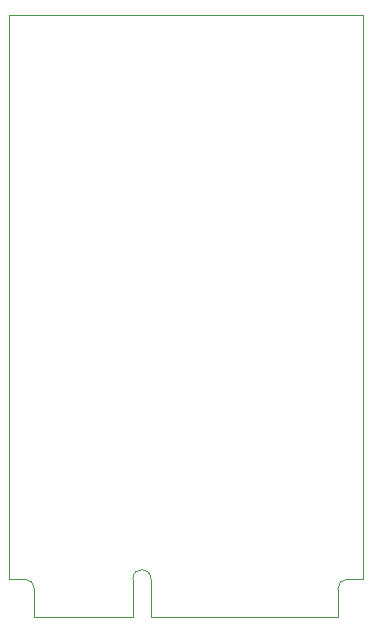
<source format=gbr>
%TF.GenerationSoftware,KiCad,Pcbnew,9.0.4-9.0.4-0~ubuntu24.04.1*%
%TF.CreationDate,2025-08-22T19:02:33+03:00*%
%TF.ProjectId,ThingsCore-1,5468696e-6773-4436-9f72-652d312e6b69,rev?*%
%TF.SameCoordinates,Original*%
%TF.FileFunction,Profile,NP*%
%FSLAX46Y46*%
G04 Gerber Fmt 4.6, Leading zero omitted, Abs format (unit mm)*
G04 Created by KiCad (PCBNEW 9.0.4-9.0.4-0~ubuntu24.04.1) date 2025-08-22 19:02:33*
%MOMM*%
%LPD*%
G01*
G04 APERTURE LIST*
%TA.AperFunction,Profile*%
%ADD10C,0.010000*%
%TD*%
G04 APERTURE END LIST*
D10*
%TO.C,U1*%
X12400000Y-12402500D02*
X12400000Y-60152500D01*
X13750000Y-60152500D02*
X12400000Y-60152500D01*
X14550000Y-63352500D02*
X14550000Y-60952500D01*
X22900000Y-63352500D02*
X14550000Y-63352500D01*
X22900000Y-63352500D02*
X22900000Y-60102500D01*
X24400000Y-63352500D02*
X24400000Y-60102500D01*
X24400000Y-63352500D02*
X40250000Y-63352500D01*
X40250000Y-63352500D02*
X40250000Y-60952500D01*
X42399356Y-60151324D02*
X41049356Y-60151324D01*
X42400000Y-12402500D02*
X12400000Y-12402500D01*
X42400000Y-60152500D02*
X42400000Y-12402500D01*
X13750000Y-60152500D02*
G75*
G02*
X14550000Y-60952500I-1J-800001D01*
G01*
X22900000Y-60102500D02*
G75*
G02*
X24400000Y-60102500I750000J0D01*
G01*
X40250000Y-60952500D02*
G75*
G02*
X41050000Y-60152500I800000J0D01*
G01*
%TD*%
M02*

</source>
